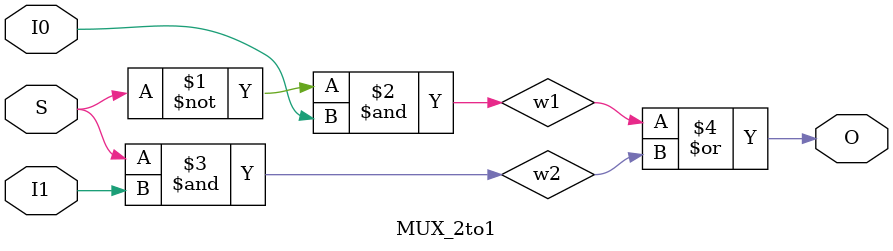
<source format=v>
module MUX_16to1(
    input [15:0] I0,  // Inputs
    input [15:0] I1,
    input S,       // Select input
  output [15:0] w1   // Output
);

    // Creating 16 2-to-1 multiplexers
    MUX_2to1 mux0(I0[0], I1[0], S, w1[0]);
    MUX_2to1 mux1(I0[1], I1[1], S, w1[1]);
    MUX_2to1 mux2(I0[2], I1[2], S, w1[2]);
    MUX_2to1 mux3(I0[3], I1[3], S, w1[3]);
    MUX_2to1 mux4(I0[4], I1[4], S, w1[4]);
    MUX_2to1 mux5(I0[5], I1[5], S, w1[5]);
    MUX_2to1 mux6(I0[6], I1[6], S, w1[6]);
    MUX_2to1 mux7(I0[7], I1[7], S, w1[7]);
    MUX_2to1 mux8(I0[8], I1[8], S, w1[8]);
    MUX_2to1 mux9(I0[9], I1[9], S, w1[9]);
    MUX_2to1 mux10(I0[10], I1[10], S, w1[10]);
    MUX_2to1 mux11(I0[11], I1[11], S, w1[11]);
    MUX_2to1 mux12(I0[12], I1[12], S, w1[12]);
    MUX_2to1 mux13(I0[13], I1[13], S, w1[13]);
    MUX_2to1 mux14(I0[14], I1[14], S, w1[14]);
    MUX_2to1 mux15(I0[15], I1[15], S, w1[15]);


endmodule

module MUX_2to1(
    input I0, I1,  // Inputs
    input S,       // Select input
    output  O   // Output
);

    wire w1, w2, w3;

    // AND gates
    and gate1(w1, ~S, I0);   // (S' * I0)
    and gate2(w2, S, I1);    // (S * I1)

    // OR gate
    or gate3(O, w1, w2);     // (S' * I0) + (S * I1)

endmodule

</source>
